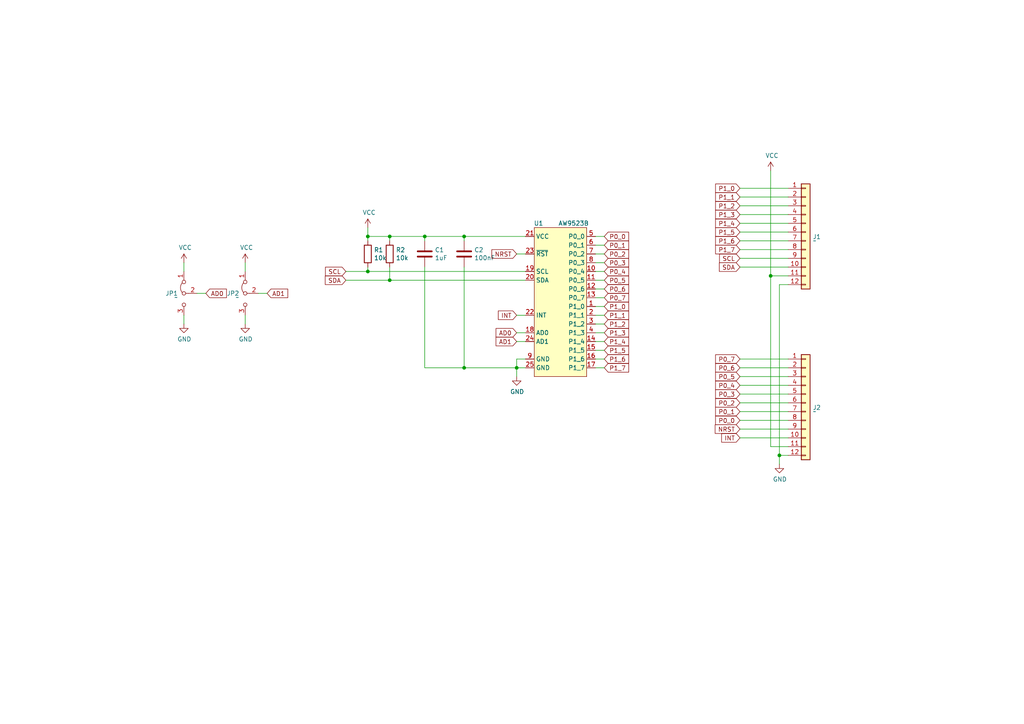
<source format=kicad_sch>
(kicad_sch (version 20211123) (generator eeschema)
  (paper "A4")
  (title_block (title "${TITLE}") (rev "${REVISION}") (company "${AUTHOR}") (comment 1 "${EMAIL}"))
  (lib_symbols
    (symbol "Connector_Generic:Conn_01x12" (pin_names (offset 1.016) hide)
      (property "Reference" "J" (at 0 15.24 0))
      (property "Value" "Conn_01x12" (at 0 -17.78 0))
      (symbol "Conn_01x12_1_1"
        (rectangle (start -1.27 -15.113) (end 0 -15.367) (stroke (width 0.1524)))
        (rectangle (start -1.27 -12.573) (end 0 -12.827) (stroke (width 0.1524)))
        (rectangle (start -1.27 -10.033) (end 0 -10.287) (stroke (width 0.1524)))
        (rectangle (start -1.27 -7.493) (end 0 -7.747) (stroke (width 0.1524)))
        (rectangle (start -1.27 -4.953) (end 0 -5.207) (stroke (width 0.1524)))
        (rectangle (start -1.27 -2.413) (end 0 -2.667) (stroke (width 0.1524)))
        (rectangle (start -1.27 0.127) (end 0 -0.127) (stroke (width 0.1524)))
        (rectangle (start -1.27 2.667) (end 0 2.413) (stroke (width 0.1524)))
        (rectangle (start -1.27 5.207) (end 0 4.953) (stroke (width 0.1524)))
        (rectangle (start -1.27 7.747) (end 0 7.493) (stroke (width 0.1524)))
        (rectangle (start -1.27 10.287) (end 0 10.033) (stroke (width 0.1524)))
        (rectangle (start -1.27 12.827) (end 0 12.573) (stroke (width 0.1524)))
        (rectangle (start -1.27 13.97) (end 1.27 -16.51) (stroke (width 0.254)) (fill (type background)))
        (pin passive line (at -5.08 12.7 0) (length 3.81) (name "Pin_1") (number "1"))
        (pin passive line (at -5.08 -10.16 0) (length 3.81) (name "Pin_10") (number "10"))
        (pin passive line (at -5.08 -12.7 0) (length 3.81) (name "Pin_11") (number "11"))
        (pin passive line (at -5.08 -15.24 0) (length 3.81) (name "Pin_12") (number "12"))
        (pin passive line (at -5.08 10.16 0) (length 3.81) (name "Pin_2") (number "2"))
        (pin passive line (at -5.08 7.62 0) (length 3.81) (name "Pin_3") (number "3"))
        (pin passive line (at -5.08 5.08 0) (length 3.81) (name "Pin_4") (number "4"))
        (pin passive line (at -5.08 2.54 0) (length 3.81) (name "Pin_5") (number "5"))
        (pin passive line (at -5.08 0 0) (length 3.81) (name "Pin_6") (number "6"))
        (pin passive line (at -5.08 -2.54 0) (length 3.81) (name "Pin_7") (number "7"))
        (pin passive line (at -5.08 -5.08 0) (length 3.81) (name "Pin_8") (number "8"))
        (pin passive line (at -5.08 -7.62 0) (length 3.81) (name "Pin_9") (number "9"))
      )
    )
    (symbol "Device:C" (pin_numbers hide) (pin_names (offset 0.254))
      (property "Reference" "C" (at 0.635 2.54 0))
      (property "Value" "C" (at 0.635 -2.54 0))
      (symbol "C_0_1"
        (polyline (pts (xy -2.032 -0.762) (xy 2.032 -0.762)) (stroke (width 0.508)))
        (polyline (pts (xy -2.032 0.762) (xy 2.032 0.762)) (stroke (width 0.508)))
      )
      (symbol "C_1_1"
        (pin passive line (at 0 3.81 270) (length 2.794) (name "~") (number "1"))
        (pin passive line (at 0 -3.81 90) (length 2.794) (name "~") (number "2"))
      )
    )
    (symbol "Device:R" (pin_numbers hide) (pin_names (offset 0))
      (property "Reference" "R" (at 2.032 0 90))
      (property "Value" "R" (at 0 0 90))
      (symbol "R_0_1"
        (rectangle (start -1.016 -2.54) (end 1.016 2.54) (stroke (width 0.254)))
      )
      (symbol "R_1_1"
        (pin passive line (at 0 3.81 270) (length 1.27) (name "~") (number "1"))
        (pin passive line (at 0 -3.81 90) (length 1.27) (name "~") (number "2"))
      )
    )
    (symbol "gpioexp-rescue:Jumper_3_Bridged12-Jumper" (pin_names (offset 0) hide)
      (property "Reference" "JP" (at -2.54 -2.54 0))
      (property "Value" "Jumper_3_Bridged12-Jumper" (at 0 2.794 0))
      (symbol "Jumper_3_Bridged12-Jumper_0_0"
        (circle (center -3.302 0) (radius 0.508))
        (circle (center 0 0) (radius 0.508))
        (circle (center 3.302 0) (radius 0.508))
      )
      (symbol "Jumper_3_Bridged12-Jumper_0_1"
        (arc (start -0.254 0.508) (mid -1.651 0.9912) (end -3.048 0.508))
        (polyline (pts (xy 0 -1.27) (xy 0 -0.508)))
      )
      (symbol "Jumper_3_Bridged12-Jumper_1_1"
        (pin passive line (at -6.35 0 0) (length 2.54) (name "A") (number "1"))
        (pin input line (at 0 -3.81 90) (length 2.54) (name "C") (number "2"))
        (pin passive line (at 6.35 0 180) (length 2.54) (name "B") (number "3"))
      )
    )
    (symbol "gpioexp:AW9523B"
      (property "Reference" "U" (at -6.35 22.86 0))
      (property "Value" "AW9523B" (at 5.08 22.86 0))
      (symbol "AW9523B_0_1"
        (rectangle (start -7.62 21.59) (end 7.62 -21.59) (fill (type background)))
      )
      (symbol "AW9523B_1_1"
        (pin bidirectional line (at 10.16 -1.27 180) (length 2.54) (name "P1_0") (number "1"))
        (pin bidirectional line (at 10.16 8.89 180) (length 2.54) (name "P0_4") (number "10"))
        (pin bidirectional line (at 10.16 6.35 180) (length 2.54) (name "P0_5") (number "11"))
        (pin bidirectional line (at 10.16 3.81 180) (length 2.54) (name "P0_6") (number "12"))
        (pin bidirectional line (at 10.16 1.27 180) (length 2.54) (name "P0_7") (number "13"))
        (pin bidirectional line (at 10.16 -11.43 180) (length 2.54) (name "P1_4") (number "14"))
        (pin bidirectional line (at 10.16 -13.97 180) (length 2.54) (name "P1_5") (number "15"))
        (pin bidirectional line (at 10.16 -16.51 180) (length 2.54) (name "P1_6") (number "16"))
        (pin bidirectional line (at 10.16 -19.05 180) (length 2.54) (name "P1_7") (number "17"))
        (pin input line (at -10.16 -8.89 0) (length 2.54) (name "AD0") (number "18"))
        (pin input line (at -10.16 8.89 0) (length 2.54) (name "SCL") (number "19"))
        (pin bidirectional line (at 10.16 -3.81 180) (length 2.54) (name "P1_1") (number "2"))
        (pin bidirectional line (at -10.16 6.35 0) (length 2.54) (name "SDA") (number "20"))
        (pin power_in line (at -10.16 19.05 0) (length 2.54) (name "VCC") (number "21"))
        (pin output line (at -10.16 -3.81 0) (length 2.54) (name "INT") (number "22"))
        (pin input line (at -10.16 13.97 0) (length 2.54) (name "~{RST}") (number "23"))
        (pin input line (at -10.16 -11.43 0) (length 2.54) (name "AD1") (number "24"))
        (pin power_in line (at -10.16 -19.05 0) (length 2.54) (name "GND") (number "25"))
        (pin bidirectional line (at 10.16 -6.35 180) (length 2.54) (name "P1_2") (number "3"))
        (pin bidirectional line (at 10.16 -8.89 180) (length 2.54) (name "P1_3") (number "4"))
        (pin bidirectional line (at 10.16 19.05 180) (length 2.54) (name "P0_0") (number "5"))
        (pin bidirectional line (at 10.16 16.51 180) (length 2.54) (name "P0_1") (number "6"))
        (pin bidirectional line (at 10.16 13.97 180) (length 2.54) (name "P0_2") (number "7"))
        (pin bidirectional line (at 10.16 11.43 180) (length 2.54) (name "P0_3") (number "8"))
        (pin power_in line (at -10.16 -16.51 0) (length 2.54) (name "GND") (number "9"))
      )
    )
    (symbol "power:GND" (power) (pin_names (offset 0))
      (property "Value" "GND" (at 0 -3.81 0))
      (symbol "GND_0_1"
        (polyline (pts (xy 0 0) (xy 0 -1.27) (xy 1.27 -1.27) (xy 0 -2.54) (xy -1.27 -1.27) (xy 0 -1.27)))
      )
      (symbol "GND_1_1"
        (pin power_in line (at 0 0 270) (length 0) hide (name "GND") (number "1"))
      )
    )
    (symbol "power:VCC" (power) (pin_names (offset 0))
      (property "Value" "VCC" (at 0 3.81 0))
      (symbol "VCC_0_1"
        (polyline (pts (xy -0.762 1.27) (xy 0 2.54)))
        (polyline (pts (xy 0 0) (xy 0 2.54)))
        (polyline (pts (xy 0 2.54) (xy 0.762 1.27)))
      )
      (symbol "VCC_1_1"
        (pin power_in line (at 0 0 90) (length 0) hide (name "VCC") (number "1"))
      )
    )
  )
  (junction (at 223.52 80.01))
  (junction (at 113.03 81.28))
  (junction (at 134.62 68.58))
  (junction (at 106.68 78.74))
  (junction (at 113.03 68.58))
  (junction (at 106.68 68.58))
  (junction (at 134.62 106.68))
  (junction (at 149.86 106.68))
  (junction (at 226.06 132.08))
  (junction (at 123.19 68.58))
  (wire (pts (xy 214.63 74.93) (xy 228.6 74.93)))
  (wire (pts (xy 152.4 106.68) (xy 149.86 106.68)))
  (wire (pts (xy 134.62 106.68) (xy 149.86 106.68)))
  (wire (pts (xy 152.4 99.06) (xy 149.86 99.06)))
  (wire (pts (xy 214.63 124.46) (xy 228.6 124.46)))
  (wire (pts (xy 152.4 91.44) (xy 149.86 91.44)))
  (wire (pts (xy 106.68 77.47) (xy 106.68 78.74)))
  (wire (pts (xy 74.93 85.09) (xy 77.47 85.09)))
  (wire (pts (xy 223.52 80.01) (xy 223.52 129.54)))
  (wire (pts (xy 100.33 81.28) (xy 113.03 81.28)))
  (wire (pts (xy 175.26 99.06) (xy 172.72 99.06)))
  (wire (pts (xy 71.12 76.2) (xy 71.12 78.74)))
  (wire (pts (xy 172.72 106.68) (xy 175.26 106.68)))
  (wire (pts (xy 228.6 111.76) (xy 214.63 111.76)))
  (wire (pts (xy 214.63 114.3) (xy 228.6 114.3)))
  (wire (pts (xy 149.86 106.68) (xy 149.86 104.14)))
  (wire (pts (xy 172.72 81.28) (xy 175.26 81.28)))
  (wire (pts (xy 134.62 69.85) (xy 134.62 68.58)))
  (wire (pts (xy 113.03 81.28) (xy 152.4 81.28)))
  (wire (pts (xy 152.4 68.58) (xy 134.62 68.58)))
  (wire (pts (xy 149.86 109.22) (xy 149.86 106.68)))
  (wire (pts (xy 228.6 69.85) (xy 214.63 69.85)))
  (wire (pts (xy 172.72 101.6) (xy 175.26 101.6)))
  (wire (pts (xy 53.34 91.44) (xy 53.34 93.98)))
  (wire (pts (xy 228.6 64.77) (xy 214.63 64.77)))
  (wire (pts (xy 175.26 73.66) (xy 172.72 73.66)))
  (wire (pts (xy 134.62 68.58) (xy 123.19 68.58)))
  (wire (pts (xy 113.03 68.58) (xy 106.68 68.58)))
  (wire (pts (xy 175.26 88.9) (xy 172.72 88.9)))
  (wire (pts (xy 172.72 86.36) (xy 175.26 86.36)))
  (wire (pts (xy 226.06 134.62) (xy 226.06 132.08)))
  (wire (pts (xy 228.6 132.08) (xy 226.06 132.08)))
  (wire (pts (xy 226.06 132.08) (xy 226.06 82.55)))
  (wire (pts (xy 123.19 68.58) (xy 113.03 68.58)))
  (wire (pts (xy 172.72 96.52) (xy 175.26 96.52)))
  (wire (pts (xy 57.15 85.09) (xy 59.69 85.09)))
  (wire (pts (xy 172.72 91.44) (xy 175.26 91.44)))
  (wire (pts (xy 214.63 67.31) (xy 228.6 67.31)))
  (wire (pts (xy 134.62 77.47) (xy 134.62 106.68)))
  (wire (pts (xy 223.52 80.01) (xy 228.6 80.01)))
  (wire (pts (xy 214.63 104.14) (xy 228.6 104.14)))
  (wire (pts (xy 53.34 76.2) (xy 53.34 78.74)))
  (wire (pts (xy 214.63 72.39) (xy 228.6 72.39)))
  (wire (pts (xy 175.26 93.98) (xy 172.72 93.98)))
  (wire (pts (xy 152.4 78.74) (xy 106.68 78.74)))
  (wire (pts (xy 172.72 71.12) (xy 175.26 71.12)))
  (wire (pts (xy 228.6 127) (xy 214.63 127)))
  (wire (pts (xy 106.68 68.58) (xy 106.68 66.04)))
  (wire (pts (xy 175.26 78.74) (xy 172.72 78.74)))
  (wire (pts (xy 71.12 91.44) (xy 71.12 93.98)))
  (wire (pts (xy 223.52 129.54) (xy 228.6 129.54)))
  (wire (pts (xy 172.72 76.2) (xy 175.26 76.2)))
  (wire (pts (xy 228.6 121.92) (xy 214.63 121.92)))
  (wire (pts (xy 113.03 69.85) (xy 113.03 68.58)))
  (wire (pts (xy 228.6 59.69) (xy 214.63 59.69)))
  (wire (pts (xy 106.68 68.58) (xy 106.68 69.85)))
  (wire (pts (xy 113.03 77.47) (xy 113.03 81.28)))
  (wire (pts (xy 175.26 104.14) (xy 172.72 104.14)))
  (wire (pts (xy 228.6 106.68) (xy 214.63 106.68)))
  (wire (pts (xy 149.86 73.66) (xy 152.4 73.66)))
  (wire (pts (xy 214.63 119.38) (xy 228.6 119.38)))
  (wire (pts (xy 223.52 49.53) (xy 223.52 80.01)))
  (wire (pts (xy 228.6 116.84) (xy 214.63 116.84)))
  (wire (pts (xy 228.6 77.47) (xy 214.63 77.47)))
  (wire (pts (xy 123.19 106.68) (xy 134.62 106.68)))
  (wire (pts (xy 172.72 68.58) (xy 175.26 68.58)))
  (wire (pts (xy 226.06 82.55) (xy 228.6 82.55)))
  (wire (pts (xy 106.68 78.74) (xy 100.33 78.74)))
  (wire (pts (xy 214.63 109.22) (xy 228.6 109.22)))
  (wire (pts (xy 149.86 104.14) (xy 152.4 104.14)))
  (wire (pts (xy 228.6 54.61) (xy 214.63 54.61)))
  (wire (pts (xy 123.19 69.85) (xy 123.19 68.58)))
  (wire (pts (xy 214.63 62.23) (xy 228.6 62.23)))
  (wire (pts (xy 123.19 77.47) (xy 123.19 106.68)))
  (wire (pts (xy 175.26 83.82) (xy 172.72 83.82)))
  (wire (pts (xy 214.63 57.15) (xy 228.6 57.15)))
  (wire (pts (xy 149.86 96.52) (xy 152.4 96.52)))
  (global_label "P1_7" (shape input) (at 175.26 106.68 0) (property "Intersheet References" "${INTERSHEET_REFS}" (effects hide)))
  (global_label "P1_4" (shape input) (at 175.26 99.06 0) (property "Intersheet References" "${INTERSHEET_REFS}" (effects hide)))
  (global_label "P0_6" (shape input) (at 214.63 106.68 180) (property "Intersheet References" "${INTERSHEET_REFS}" (effects hide)))
  (global_label "P1_3" (shape input) (at 214.63 62.23 180) (property "Intersheet References" "${INTERSHEET_REFS}" (effects hide)))
  (global_label "P0_4" (shape input) (at 214.63 111.76 180) (property "Intersheet References" "${INTERSHEET_REFS}" (effects hide)))
  (global_label "P1_4" (shape input) (at 214.63 64.77 180) (property "Intersheet References" "${INTERSHEET_REFS}" (effects hide)))
  (global_label "P0_5" (shape input) (at 214.63 109.22 180) (property "Intersheet References" "${INTERSHEET_REFS}" (effects hide)))
  (global_label "INT" (shape input) (at 149.86 91.44 180) (property "Intersheet References" "${INTERSHEET_REFS}" (effects hide)))
  (global_label "P0_0" (shape input) (at 214.63 121.92 180) (property "Intersheet References" "${INTERSHEET_REFS}" (effects hide)))
  (global_label "AD0" (shape input) (at 59.69 85.09 0) (property "Intersheet References" "${INTERSHEET_REFS}" (effects hide)))
  (global_label "P0_6" (shape input) (at 175.26 83.82 0) (property "Intersheet References" "${INTERSHEET_REFS}" (effects hide)))
  (global_label "SCL" (shape input) (at 214.63 74.93 180) (property "Intersheet References" "${INTERSHEET_REFS}" (effects hide)))
  (global_label "P0_7" (shape input) (at 175.26 86.36 0) (property "Intersheet References" "${INTERSHEET_REFS}" (effects hide)))
  (global_label "P1_1" (shape input) (at 214.63 57.15 180) (property "Intersheet References" "${INTERSHEET_REFS}" (effects hide)))
  (global_label "P1_7" (shape input) (at 214.63 72.39 180) (property "Intersheet References" "${INTERSHEET_REFS}" (effects hide)))
  (global_label "SCL" (shape input) (at 100.33 78.74 180) (property "Intersheet References" "${INTERSHEET_REFS}" (effects hide)))
  (global_label "P1_0" (shape input) (at 214.63 54.61 180) (property "Intersheet References" "${INTERSHEET_REFS}" (effects hide)))
  (global_label "P1_2" (shape input) (at 175.26 93.98 0) (property "Intersheet References" "${INTERSHEET_REFS}" (effects hide)))
  (global_label "P1_2" (shape input) (at 214.63 59.69 180) (property "Intersheet References" "${INTERSHEET_REFS}" (effects hide)))
  (global_label "INT" (shape input) (at 214.63 127 180) (property "Intersheet References" "${INTERSHEET_REFS}" (effects hide)))
  (global_label "P0_2" (shape input) (at 175.26 73.66 0) (property "Intersheet References" "${INTERSHEET_REFS}" (effects hide)))
  (global_label "NRST" (shape input) (at 214.63 124.46 180) (property "Intersheet References" "${INTERSHEET_REFS}" (effects hide)))
  (global_label "P1_6" (shape input) (at 175.26 104.14 0) (property "Intersheet References" "${INTERSHEET_REFS}" (effects hide)))
  (global_label "P0_7" (shape input) (at 214.63 104.14 180) (property "Intersheet References" "${INTERSHEET_REFS}" (effects hide)))
  (global_label "P1_6" (shape input) (at 214.63 69.85 180) (property "Intersheet References" "${INTERSHEET_REFS}" (effects hide)))
  (global_label "P0_5" (shape input) (at 175.26 81.28 0) (property "Intersheet References" "${INTERSHEET_REFS}" (effects hide)))
  (global_label "P0_3" (shape input) (at 214.63 114.3 180) (property "Intersheet References" "${INTERSHEET_REFS}" (effects hide)))
  (global_label "P1_5" (shape input) (at 214.63 67.31 180) (property "Intersheet References" "${INTERSHEET_REFS}" (effects hide)))
  (global_label "P1_0" (shape input) (at 175.26 88.9 0) (property "Intersheet References" "${INTERSHEET_REFS}" (effects hide)))
  (global_label "SDA" (shape input) (at 100.33 81.28 180) (property "Intersheet References" "${INTERSHEET_REFS}" (effects hide)))
  (global_label "P1_3" (shape input) (at 175.26 96.52 0) (property "Intersheet References" "${INTERSHEET_REFS}" (effects hide)))
  (global_label "NRST" (shape input) (at 149.86 73.66 180) (property "Intersheet References" "${INTERSHEET_REFS}" (effects hide)))
  (global_label "P0_1" (shape input) (at 214.63 119.38 180) (property "Intersheet References" "${INTERSHEET_REFS}" (effects hide)))
  (global_label "P0_3" (shape input) (at 175.26 76.2 0) (property "Intersheet References" "${INTERSHEET_REFS}" (effects hide)))
  (global_label "P0_2" (shape input) (at 214.63 116.84 180) (property "Intersheet References" "${INTERSHEET_REFS}" (effects hide)))
  (global_label "P0_4" (shape input) (at 175.26 78.74 0) (property "Intersheet References" "${INTERSHEET_REFS}" (effects hide)))
  (global_label "AD1" (shape input) (at 149.86 99.06 180) (property "Intersheet References" "${INTERSHEET_REFS}" (effects hide)))
  (global_label "P0_1" (shape input) (at 175.26 71.12 0) (property "Intersheet References" "${INTERSHEET_REFS}" (effects hide)))
  (global_label "P0_0" (shape input) (at 175.26 68.58 0) (property "Intersheet References" "${INTERSHEET_REFS}" (effects hide)))
  (global_label "P1_1" (shape input) (at 175.26 91.44 0) (property "Intersheet References" "${INTERSHEET_REFS}" (effects hide)))
  (global_label "AD0" (shape input) (at 149.86 96.52 180) (property "Intersheet References" "${INTERSHEET_REFS}" (effects hide)))
  (global_label "SDA" (shape input) (at 214.63 77.47 180) (property "Intersheet References" "${INTERSHEET_REFS}" (effects hide)))
  (global_label "AD1" (shape input) (at 77.47 85.09 0) (property "Intersheet References" "${INTERSHEET_REFS}" (effects hide)))
  (global_label "P1_5" (shape input) (at 175.26 101.6 0) (property "Intersheet References" "${INTERSHEET_REFS}" (effects hide)))
  (symbol (lib_id "Connector_Generic:Conn_01x12") (at 233.68 67.31 0) (unit 1)
    (property "Reference" "J1" (at 235.712 68.6816 0) (effects (justify left)))
    (property "Value" "~" (at 235.712 69.8246 0) (effects (justify left)))
    (property "Footprint" "Connector_PinHeader_2.54mm:PinHeader_1x12_P2.54mm_Vertical" (effects hide))
  )
  (symbol (lib_id "Connector_Generic:Conn_01x12") (at 233.68 116.84 0) (unit 1)
    (property "Reference" "J2" (at 235.712 118.2116 0) (effects (justify left)))
    (property "Value" "~" (at 235.712 119.3546 0) (effects (justify left)))
    (property "Footprint" "Connector_PinHeader_2.54mm:PinHeader_1x12_P2.54mm_Vertical" (effects hide))
  )
  (symbol (lib_id "Device:R") (at 106.68 73.66 0) (unit 1)
    (property "Reference" "R1" (at 108.458 72.4916 0) (effects (justify left)))
    (property "Value" "10k" (at 108.458 74.803 0) (effects (justify left)))
    (property "Footprint" "Resistor_SMD:R_0603_1608Metric" (effects hide))
    (property "LCSC" "C25804" (effects hide))
  )
  (symbol (lib_id "Device:R") (at 113.03 73.66 0) (unit 1)
    (property "Reference" "R2" (at 114.808 72.4916 0) (effects (justify left)))
    (property "Value" "10k" (at 114.808 74.803 0) (effects (justify left)))
    (property "Footprint" "Resistor_SMD:R_0603_1608Metric" (effects hide))
    (property "LCSC" "C25804" (effects hide))
  )
  (symbol (lib_id "Device:C") (at 134.62 73.66 0) (unit 1)
    (property "Reference" "C2" (at 137.541 72.4916 0) (effects (justify left)))
    (property "Value" "100nF" (at 137.541 74.803 0) (effects (justify left)))
    (property "Footprint" "Capacitor_SMD:C_0603_1608Metric" (effects hide))
    (property "LCSC" "C14663" (effects hide))
  )
  (symbol (lib_id "gpioexp-rescue:Jumper_3_Bridged12-Jumper") (at 53.34 85.09 90) (mirror x) (unit 1)
    (property "Reference" "JP1" (at 51.6382 85.09 90) (effects (justify left)))
    (property "Value" "~" (at 51.6382 86.233 90) (effects (justify left)))
    (property "Footprint" "Jumper:SolderJumper-3_P1.3mm_Bridged2Bar12_Pad1.0x1.5mm" (effects hide))
  )
  (symbol (lib_id "gpioexp-rescue:Jumper_3_Bridged12-Jumper") (at 71.12 85.09 90) (mirror x) (unit 1)
    (property "Reference" "JP2" (at 69.4182 85.09 90) (effects (justify left)))
    (property "Value" "~" (at 69.4182 86.233 90) (effects (justify left)))
    (property "Footprint" "Jumper:SolderJumper-3_P1.3mm_Bridged2Bar12_Pad1.0x1.5mm" (effects hide))
  )
  (symbol (lib_id "power:VCC") (at 106.68 66.04 0) (unit 1)
    (property "Reference" "#PWR05" (effects hide))
    (property "Value" "VCC" (at 107.061 61.6458 0))
  )
  (symbol (lib_id "power:GND") (at 149.86 109.22 0) (unit 1)
    (property "Reference" "#PWR06" (effects hide))
    (property "Value" "GND" (at 149.987 113.6142 0))
  )
  (symbol (lib_id "power:GND") (at 71.12 93.98 0) (unit 1)
    (property "Reference" "#PWR04" (effects hide))
    (property "Value" "GND" (at 71.247 98.3742 0))
  )
  (symbol (lib_id "power:GND") (at 53.34 93.98 0) (unit 1)
    (property "Reference" "#PWR02" (effects hide))
    (property "Value" "GND" (at 53.467 98.3742 0))
  )
  (symbol (lib_id "power:VCC") (at 53.34 76.2 0) (unit 1)
    (property "Reference" "#PWR01" (effects hide))
    (property "Value" "VCC" (at 53.721 71.8058 0))
  )
  (symbol (lib_id "power:VCC") (at 71.12 76.2 0) (unit 1)
    (property "Reference" "#PWR03" (effects hide))
    (property "Value" "VCC" (at 71.501 71.8058 0))
  )
  (symbol (lib_id "power:GND") (at 226.06 134.62 0) (unit 1)
    (property "Reference" "#PWR08" (effects hide))
    (property "Value" "GND" (at 226.187 139.0142 0))
  )
  (symbol (lib_id "power:VCC") (at 223.52 49.53 0) (unit 1)
    (property "Reference" "#PWR07" (effects hide))
    (property "Value" "VCC" (at 223.901 45.1358 0))
  )
  (symbol (lib_id "Device:C") (at 123.19 73.66 0) (unit 1)
    (property "Reference" "C1" (at 126.111 72.4916 0) (effects (justify left)))
    (property "Value" "1uF" (at 126.111 74.803 0) (effects (justify left)))
    (property "Footprint" "Capacitor_SMD:C_0603_1608Metric" (effects hide))
    (property "LCSC" "C15849" (effects hide))
  )
  (symbol (lib_id "gpioexp:AW9523B") (at 162.56 87.63 0) (unit 1)
    (property "Reference" "U1" (at 156.21 64.77 0))
    (property "Value" "AW9523B" (at 166.37 64.77 0))
    (property "Footprint" "Package_DFN_QFN:QFN-24-1EP_4x4mm_P0.5mm_EP2.6x2.6mm" (effects hide))
    (property "Datasheet" "https://ipfs-pin.com/ipfs/QmQK9XdJ5D8aZySKUs2EvwPcv1q9PFZV9Ao15szbR2BAfK/AW9523B.pdf" (effects hide))
    (property "LCSC" "C148077" (effects hide))
  )
)
</source>
